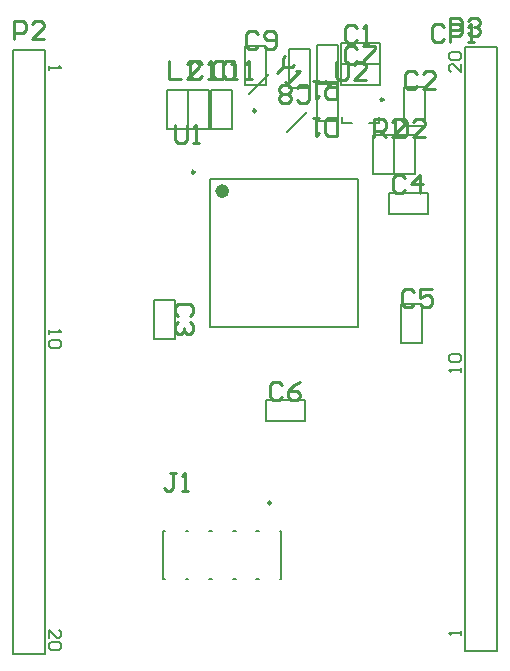
<source format=gbr>
G04*
G04 #@! TF.GenerationSoftware,Altium Limited,Altium Designer,24.3.1 (35)*
G04*
G04 Layer_Color=65535*
%FSLAX25Y25*%
%MOIN*%
G70*
G04*
G04 #@! TF.SameCoordinates,2C43556E-CA56-414C-B847-F3BA9A1E951D*
G04*
G04*
G04 #@! TF.FilePolarity,Positive*
G04*
G01*
G75*
%ADD10C,0.00984*%
%ADD11C,0.02362*%
%ADD12C,0.00800*%
%ADD13C,0.00787*%
%ADD14C,0.00600*%
%ADD15C,0.01000*%
D10*
X414579Y406634D02*
G03*
X414579Y406634I-492J0D01*
G01*
X351677Y382469D02*
G03*
X351677Y382469I-492J0D01*
G01*
X377114Y272230D02*
G03*
X377114Y272230I-492J0D01*
G01*
X371989Y402925D02*
G03*
X371989Y402925I-492J0D01*
G01*
D11*
X362012Y376169D02*
G03*
X362012Y376169I-1181J0D01*
G01*
D12*
X383000Y410500D02*
X390000D01*
X383000D02*
Y423500D01*
X390000D01*
Y410500D02*
Y423500D01*
X411000Y395000D02*
X418000D01*
Y382000D02*
Y395000D01*
X411000Y382000D02*
X418000D01*
X411000D02*
Y395000D01*
X392500Y425000D02*
X399500D01*
Y412000D02*
Y425000D01*
X392500Y412000D02*
X399500D01*
X392500D02*
Y425000D01*
X418000Y382000D02*
X425000D01*
X418000D02*
Y395000D01*
X425000D01*
Y382000D02*
Y395000D01*
X392500Y412500D02*
X399500D01*
Y399500D02*
Y412500D01*
X392500Y399500D02*
X399500D01*
X392500D02*
Y412500D01*
X357000Y397000D02*
X364000D01*
X357000D02*
Y410000D01*
X364000D01*
Y397000D02*
Y410000D01*
X368500Y424500D02*
X375500D01*
Y411500D02*
Y424500D01*
X368500Y411500D02*
X375500D01*
X368500D02*
Y424500D01*
X400500Y411500D02*
Y418500D01*
X413500D01*
Y411500D02*
Y418500D01*
X400500Y411500D02*
X413500D01*
X388500Y299500D02*
Y306500D01*
X375500Y299500D02*
X388500D01*
X375500D02*
Y306500D01*
X388500D01*
X420500Y338500D02*
X427500D01*
Y325500D02*
Y338500D01*
X420500Y325500D02*
X427500D01*
X420500D02*
Y338500D01*
X416500Y368500D02*
Y375500D01*
X429500D01*
Y368500D02*
Y375500D01*
X416500Y368500D02*
X429500D01*
X338000Y327000D02*
X345000D01*
X338000D02*
Y340000D01*
X345000D01*
Y327000D02*
Y340000D01*
X421500Y398000D02*
X428500D01*
X421500D02*
Y411000D01*
X428500D01*
Y398000D02*
Y411000D01*
X400500Y418500D02*
Y425500D01*
X413500D01*
Y418500D02*
Y425500D01*
X400500Y418500D02*
X413500D01*
X349500Y397000D02*
X356500D01*
X349500D02*
Y410000D01*
X356500D01*
Y397000D02*
Y410000D01*
X342500Y397000D02*
X349500D01*
X342500D02*
Y410000D01*
X349500D01*
Y397000D02*
Y410000D01*
D13*
X413102Y398957D02*
Y400925D01*
X409756Y398957D02*
X413102D01*
X400898D02*
Y400925D01*
Y398957D02*
X404244D01*
X356894Y330894D02*
Y380106D01*
X406106Y330894D02*
Y380106D01*
X356894D02*
X406106D01*
X356894Y330894D02*
X406106D01*
X380559Y246921D02*
Y262933D01*
X341189D02*
X341642D01*
X348610D02*
X349516D01*
X356484D02*
X357390D01*
X364358D02*
X365264D01*
X372232D02*
X373138D01*
X380106D02*
X380559D01*
X341189Y246921D02*
Y262933D01*
Y246921D02*
X341642D01*
X348610D02*
X349516D01*
X356484D02*
X357390D01*
X364358D02*
X365264D01*
X372232D02*
X373138D01*
X380106D02*
X380559D01*
X441705Y424090D02*
X452295D01*
X441705Y222909D02*
Y424090D01*
Y222909D02*
X452295D01*
Y424090D01*
X291205Y221909D02*
X301795D01*
Y423091D01*
X291205D02*
X301795D01*
X291205Y221909D02*
Y423091D01*
X382562Y395756D02*
X389244Y402438D01*
X369756Y408562D02*
X376438Y415244D01*
D14*
X440307Y316020D02*
Y317353D01*
Y316686D01*
X436308D01*
X436975Y316020D01*
Y319352D02*
X436308Y320018D01*
Y321351D01*
X436975Y322018D01*
X439641D01*
X440307Y321351D01*
Y320018D01*
X439641Y319352D01*
X436975D01*
X440307Y228028D02*
Y229361D01*
Y228694D01*
X436308D01*
X436975Y228028D01*
X440307Y418685D02*
Y416020D01*
X437641Y418685D01*
X436975D01*
X436308Y418019D01*
Y416686D01*
X436975Y416020D01*
Y420018D02*
X436308Y420685D01*
Y422018D01*
X436975Y422684D01*
X439641D01*
X440307Y422018D01*
Y420685D01*
X439641Y420018D01*
X436975D01*
X303193Y329980D02*
Y328647D01*
Y329314D01*
X307192D01*
X306525Y329980D01*
Y326648D02*
X307192Y325982D01*
Y324649D01*
X306525Y323982D01*
X303859D01*
X303193Y324649D01*
Y325982D01*
X303859Y326648D01*
X306525D01*
X303193Y417972D02*
Y416640D01*
Y417306D01*
X307192D01*
X306525Y417972D01*
X303193Y227314D02*
Y229980D01*
X305859Y227314D01*
X306525D01*
X307192Y227981D01*
Y229314D01*
X306525Y229980D01*
Y225982D02*
X307192Y225315D01*
Y223982D01*
X306525Y223316D01*
X303859D01*
X303193Y223982D01*
Y225315D01*
X303859Y225982D01*
X306525D01*
D15*
X398800Y419198D02*
Y414200D01*
X399800Y413200D01*
X401799D01*
X402799Y414200D01*
Y419198D01*
X408797Y413200D02*
X404798D01*
X408797Y417199D01*
Y418198D01*
X407797Y419198D01*
X405798D01*
X404798Y418198D01*
X343100Y419398D02*
Y413400D01*
X347099D01*
X353097D02*
X349098D01*
X353097Y417399D01*
Y418398D01*
X352097Y419398D01*
X350098D01*
X349098Y418398D01*
X354099D02*
X353099Y419398D01*
X351100D01*
X350100Y418398D01*
Y414400D01*
X351100Y413400D01*
X353099D01*
X354099Y414400D01*
X356098Y413400D02*
X358097D01*
X357098D01*
Y419398D01*
X356098Y418398D01*
X361096D02*
X362096Y419398D01*
X364095D01*
X365095Y418398D01*
Y414400D01*
X364095Y413400D01*
X362096D01*
X361096Y414400D01*
Y418398D01*
X345399Y282198D02*
X343399D01*
X344399D01*
Y277200D01*
X343399Y276200D01*
X342400D01*
X341400Y277200D01*
X347398Y276200D02*
X349397D01*
X348398D01*
Y282198D01*
X347398Y281198D01*
X361599Y418398D02*
X360599Y419398D01*
X358600D01*
X357600Y418398D01*
Y414400D01*
X358600Y413400D01*
X360599D01*
X361599Y414400D01*
X363598Y413400D02*
X365597D01*
X364598D01*
Y419398D01*
X363598Y418398D01*
X368596Y413400D02*
X370596D01*
X369596D01*
Y419398D01*
X368596Y418398D01*
X345200Y398298D02*
Y393300D01*
X346200Y392300D01*
X348199D01*
X349199Y393300D01*
Y398298D01*
X351198Y392300D02*
X353197D01*
X352198D01*
Y398298D01*
X351198Y397298D01*
X436700Y428000D02*
Y433998D01*
X439699D01*
X440699Y432998D01*
Y430999D01*
X439699Y429999D01*
X436700D01*
X442698Y432998D02*
X443698Y433998D01*
X445697D01*
X446697Y432998D01*
Y431999D01*
X445697Y430999D01*
X444697D01*
X445697D01*
X446697Y429999D01*
Y429000D01*
X445697Y428000D01*
X443698D01*
X442698Y429000D01*
X291300Y427000D02*
Y432998D01*
X294299D01*
X295299Y431998D01*
Y429999D01*
X294299Y428999D01*
X291300D01*
X301297Y427000D02*
X297298D01*
X301297Y430999D01*
Y431998D01*
X300297Y432998D01*
X298298D01*
X297298Y431998D01*
X411400Y394100D02*
Y400098D01*
X414399D01*
X415399Y399098D01*
Y397099D01*
X414399Y396099D01*
X411400D01*
X413399D02*
X415399Y394100D01*
X421397D02*
X417398D01*
X421397Y398099D01*
Y399098D01*
X420397Y400098D01*
X418398D01*
X417398Y399098D01*
X418400Y400149D02*
Y394151D01*
X421399D01*
X422399Y395151D01*
Y399150D01*
X421399Y400149D01*
X418400D01*
X428397Y394151D02*
X424398D01*
X428397Y398150D01*
Y399150D01*
X427397Y400149D01*
X425398D01*
X424398Y399150D01*
X399100Y394402D02*
Y400400D01*
X396101D01*
X395101Y399400D01*
Y395402D01*
X396101Y394402D01*
X399100D01*
X393102Y400400D02*
X391103D01*
X392102D01*
Y394402D01*
X393102Y395402D01*
X372899Y428598D02*
X371899Y429598D01*
X369900D01*
X368900Y428598D01*
Y424600D01*
X369900Y423600D01*
X371899D01*
X372899Y424600D01*
X374898D02*
X375898Y423600D01*
X377897D01*
X378897Y424600D01*
Y428598D01*
X377897Y429598D01*
X375898D01*
X374898Y428598D01*
Y427599D01*
X375898Y426599D01*
X378897D01*
X385601Y406402D02*
X386601Y405402D01*
X388600D01*
X389600Y406402D01*
Y410400D01*
X388600Y411400D01*
X386601D01*
X385601Y410400D01*
X383602Y406402D02*
X382602Y405402D01*
X380603D01*
X379603Y406402D01*
Y407401D01*
X380603Y408401D01*
X379603Y409401D01*
Y410400D01*
X380603Y411400D01*
X382602D01*
X383602Y410400D01*
Y409401D01*
X382602Y408401D01*
X383602Y407401D01*
Y406402D01*
X382602Y408401D02*
X380603D01*
X434799Y430798D02*
X433799Y431798D01*
X431800D01*
X430800Y430798D01*
Y426800D01*
X431800Y425800D01*
X433799D01*
X434799Y426800D01*
X436798Y425800D02*
Y431798D01*
X439797D01*
X440797Y430798D01*
Y428799D01*
X439797Y427799D01*
X436798D01*
X442796Y425800D02*
X444796D01*
X443796D01*
Y431798D01*
X442796Y430798D01*
X399100Y412900D02*
Y406902D01*
X396101D01*
X395101Y407902D01*
Y409901D01*
X396101Y410901D01*
X399100D01*
X397101D02*
X395101Y412900D01*
X393102D02*
X391103D01*
X392102D01*
Y406902D01*
X393102Y407902D01*
X405899Y423598D02*
X404899Y424598D01*
X402900D01*
X401900Y423598D01*
Y419600D01*
X402900Y418600D01*
X404899D01*
X405899Y419600D01*
X407898Y424598D02*
X411897D01*
Y423598D01*
X407898Y419600D01*
Y418600D01*
X380899Y311598D02*
X379899Y312598D01*
X377900D01*
X376900Y311598D01*
Y307600D01*
X377900Y306600D01*
X379899D01*
X380899Y307600D01*
X386897Y312598D02*
X384897Y311598D01*
X382898Y309599D01*
Y307600D01*
X383898Y306600D01*
X385897D01*
X386897Y307600D01*
Y308599D01*
X385897Y309599D01*
X382898D01*
X424899Y342598D02*
X423899Y343598D01*
X421900D01*
X420900Y342598D01*
Y338600D01*
X421900Y337600D01*
X423899D01*
X424899Y338600D01*
X430897Y343598D02*
X426898D01*
Y340599D01*
X428897Y341599D01*
X429897D01*
X430897Y340599D01*
Y338600D01*
X429897Y337600D01*
X427898D01*
X426898Y338600D01*
X421899Y380598D02*
X420899Y381598D01*
X418900D01*
X417900Y380598D01*
Y376600D01*
X418900Y375600D01*
X420899D01*
X421899Y376600D01*
X426897Y375600D02*
Y381598D01*
X423898Y378599D01*
X427897D01*
X350098Y334601D02*
X351098Y335601D01*
Y337600D01*
X350098Y338600D01*
X346100D01*
X345100Y337600D01*
Y335601D01*
X346100Y334601D01*
X350098Y332602D02*
X351098Y331602D01*
Y329603D01*
X350098Y328603D01*
X349099D01*
X348099Y329603D01*
Y330603D01*
Y329603D01*
X347099Y328603D01*
X346100D01*
X345100Y329603D01*
Y331602D01*
X346100Y332602D01*
X425899Y415098D02*
X424899Y416098D01*
X422900D01*
X421900Y415098D01*
Y411100D01*
X422900Y410100D01*
X424899D01*
X425899Y411100D01*
X431897Y410100D02*
X427898D01*
X431897Y414099D01*
Y415098D01*
X430897Y416098D01*
X428898D01*
X427898Y415098D01*
X405899Y430598D02*
X404899Y431598D01*
X402900D01*
X401900Y430598D01*
Y426600D01*
X402900Y425600D01*
X404899D01*
X405899Y426600D01*
X407898Y425600D02*
X409897D01*
X408898D01*
Y431598D01*
X407898Y430598D01*
X381832Y421126D02*
X381125Y420419D01*
Y417591D01*
X383953Y417591D01*
X384660Y418298D01*
X381125Y417591D02*
X379005Y415471D01*
X381832Y412643D02*
X383246Y411229D01*
X382539Y411936D01*
X386780Y416178D01*
X385367D01*
M02*

</source>
